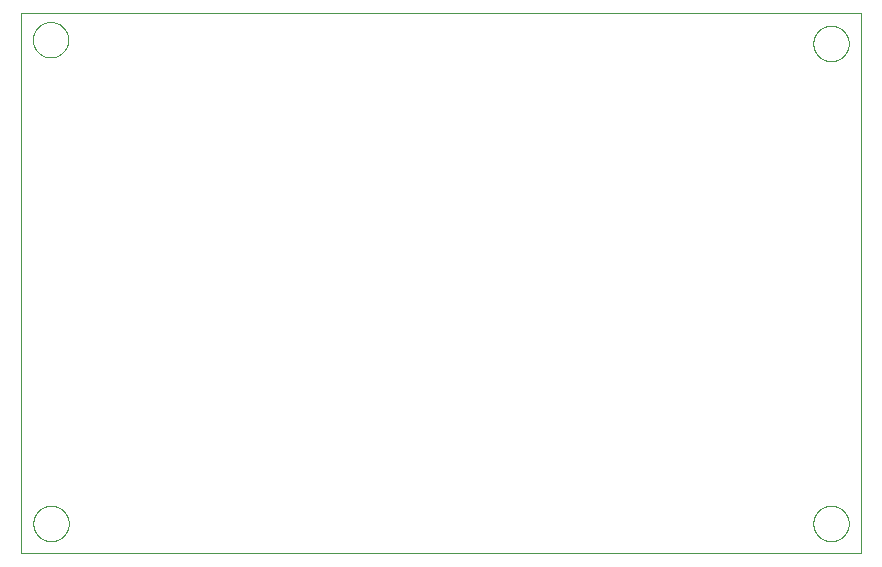
<source format=gbo>
G75*
%MOIN*%
%OFA0B0*%
%FSLAX25Y25*%
%IPPOS*%
%LPD*%
%AMOC8*
5,1,8,0,0,1.08239X$1,22.5*
%
%ADD10C,0.00000*%
D10*
X0001000Y0023933D02*
X0001000Y0203933D01*
X0281000Y0203933D01*
X0281000Y0023933D01*
X0001000Y0023933D01*
X0005094Y0033933D02*
X0005096Y0034086D01*
X0005102Y0034240D01*
X0005112Y0034393D01*
X0005126Y0034545D01*
X0005144Y0034698D01*
X0005166Y0034849D01*
X0005191Y0035000D01*
X0005221Y0035151D01*
X0005255Y0035301D01*
X0005292Y0035449D01*
X0005333Y0035597D01*
X0005378Y0035743D01*
X0005427Y0035889D01*
X0005480Y0036033D01*
X0005536Y0036175D01*
X0005596Y0036316D01*
X0005660Y0036456D01*
X0005727Y0036594D01*
X0005798Y0036730D01*
X0005873Y0036864D01*
X0005950Y0036996D01*
X0006032Y0037126D01*
X0006116Y0037254D01*
X0006204Y0037380D01*
X0006295Y0037503D01*
X0006389Y0037624D01*
X0006487Y0037742D01*
X0006587Y0037858D01*
X0006691Y0037971D01*
X0006797Y0038082D01*
X0006906Y0038190D01*
X0007018Y0038295D01*
X0007132Y0038396D01*
X0007250Y0038495D01*
X0007369Y0038591D01*
X0007491Y0038684D01*
X0007616Y0038773D01*
X0007743Y0038860D01*
X0007872Y0038942D01*
X0008003Y0039022D01*
X0008136Y0039098D01*
X0008271Y0039171D01*
X0008408Y0039240D01*
X0008547Y0039305D01*
X0008687Y0039367D01*
X0008829Y0039425D01*
X0008972Y0039480D01*
X0009117Y0039531D01*
X0009263Y0039578D01*
X0009410Y0039621D01*
X0009558Y0039660D01*
X0009707Y0039696D01*
X0009857Y0039727D01*
X0010008Y0039755D01*
X0010159Y0039779D01*
X0010312Y0039799D01*
X0010464Y0039815D01*
X0010617Y0039827D01*
X0010770Y0039835D01*
X0010923Y0039839D01*
X0011077Y0039839D01*
X0011230Y0039835D01*
X0011383Y0039827D01*
X0011536Y0039815D01*
X0011688Y0039799D01*
X0011841Y0039779D01*
X0011992Y0039755D01*
X0012143Y0039727D01*
X0012293Y0039696D01*
X0012442Y0039660D01*
X0012590Y0039621D01*
X0012737Y0039578D01*
X0012883Y0039531D01*
X0013028Y0039480D01*
X0013171Y0039425D01*
X0013313Y0039367D01*
X0013453Y0039305D01*
X0013592Y0039240D01*
X0013729Y0039171D01*
X0013864Y0039098D01*
X0013997Y0039022D01*
X0014128Y0038942D01*
X0014257Y0038860D01*
X0014384Y0038773D01*
X0014509Y0038684D01*
X0014631Y0038591D01*
X0014750Y0038495D01*
X0014868Y0038396D01*
X0014982Y0038295D01*
X0015094Y0038190D01*
X0015203Y0038082D01*
X0015309Y0037971D01*
X0015413Y0037858D01*
X0015513Y0037742D01*
X0015611Y0037624D01*
X0015705Y0037503D01*
X0015796Y0037380D01*
X0015884Y0037254D01*
X0015968Y0037126D01*
X0016050Y0036996D01*
X0016127Y0036864D01*
X0016202Y0036730D01*
X0016273Y0036594D01*
X0016340Y0036456D01*
X0016404Y0036316D01*
X0016464Y0036175D01*
X0016520Y0036033D01*
X0016573Y0035889D01*
X0016622Y0035743D01*
X0016667Y0035597D01*
X0016708Y0035449D01*
X0016745Y0035301D01*
X0016779Y0035151D01*
X0016809Y0035000D01*
X0016834Y0034849D01*
X0016856Y0034698D01*
X0016874Y0034545D01*
X0016888Y0034393D01*
X0016898Y0034240D01*
X0016904Y0034086D01*
X0016906Y0033933D01*
X0016904Y0033780D01*
X0016898Y0033626D01*
X0016888Y0033473D01*
X0016874Y0033321D01*
X0016856Y0033168D01*
X0016834Y0033017D01*
X0016809Y0032866D01*
X0016779Y0032715D01*
X0016745Y0032565D01*
X0016708Y0032417D01*
X0016667Y0032269D01*
X0016622Y0032123D01*
X0016573Y0031977D01*
X0016520Y0031833D01*
X0016464Y0031691D01*
X0016404Y0031550D01*
X0016340Y0031410D01*
X0016273Y0031272D01*
X0016202Y0031136D01*
X0016127Y0031002D01*
X0016050Y0030870D01*
X0015968Y0030740D01*
X0015884Y0030612D01*
X0015796Y0030486D01*
X0015705Y0030363D01*
X0015611Y0030242D01*
X0015513Y0030124D01*
X0015413Y0030008D01*
X0015309Y0029895D01*
X0015203Y0029784D01*
X0015094Y0029676D01*
X0014982Y0029571D01*
X0014868Y0029470D01*
X0014750Y0029371D01*
X0014631Y0029275D01*
X0014509Y0029182D01*
X0014384Y0029093D01*
X0014257Y0029006D01*
X0014128Y0028924D01*
X0013997Y0028844D01*
X0013864Y0028768D01*
X0013729Y0028695D01*
X0013592Y0028626D01*
X0013453Y0028561D01*
X0013313Y0028499D01*
X0013171Y0028441D01*
X0013028Y0028386D01*
X0012883Y0028335D01*
X0012737Y0028288D01*
X0012590Y0028245D01*
X0012442Y0028206D01*
X0012293Y0028170D01*
X0012143Y0028139D01*
X0011992Y0028111D01*
X0011841Y0028087D01*
X0011688Y0028067D01*
X0011536Y0028051D01*
X0011383Y0028039D01*
X0011230Y0028031D01*
X0011077Y0028027D01*
X0010923Y0028027D01*
X0010770Y0028031D01*
X0010617Y0028039D01*
X0010464Y0028051D01*
X0010312Y0028067D01*
X0010159Y0028087D01*
X0010008Y0028111D01*
X0009857Y0028139D01*
X0009707Y0028170D01*
X0009558Y0028206D01*
X0009410Y0028245D01*
X0009263Y0028288D01*
X0009117Y0028335D01*
X0008972Y0028386D01*
X0008829Y0028441D01*
X0008687Y0028499D01*
X0008547Y0028561D01*
X0008408Y0028626D01*
X0008271Y0028695D01*
X0008136Y0028768D01*
X0008003Y0028844D01*
X0007872Y0028924D01*
X0007743Y0029006D01*
X0007616Y0029093D01*
X0007491Y0029182D01*
X0007369Y0029275D01*
X0007250Y0029371D01*
X0007132Y0029470D01*
X0007018Y0029571D01*
X0006906Y0029676D01*
X0006797Y0029784D01*
X0006691Y0029895D01*
X0006587Y0030008D01*
X0006487Y0030124D01*
X0006389Y0030242D01*
X0006295Y0030363D01*
X0006204Y0030486D01*
X0006116Y0030612D01*
X0006032Y0030740D01*
X0005950Y0030870D01*
X0005873Y0031002D01*
X0005798Y0031136D01*
X0005727Y0031272D01*
X0005660Y0031410D01*
X0005596Y0031550D01*
X0005536Y0031691D01*
X0005480Y0031833D01*
X0005427Y0031977D01*
X0005378Y0032123D01*
X0005333Y0032269D01*
X0005292Y0032417D01*
X0005255Y0032565D01*
X0005221Y0032715D01*
X0005191Y0032866D01*
X0005166Y0033017D01*
X0005144Y0033168D01*
X0005126Y0033321D01*
X0005112Y0033473D01*
X0005102Y0033626D01*
X0005096Y0033780D01*
X0005094Y0033933D01*
X0265094Y0033933D02*
X0265096Y0034086D01*
X0265102Y0034240D01*
X0265112Y0034393D01*
X0265126Y0034545D01*
X0265144Y0034698D01*
X0265166Y0034849D01*
X0265191Y0035000D01*
X0265221Y0035151D01*
X0265255Y0035301D01*
X0265292Y0035449D01*
X0265333Y0035597D01*
X0265378Y0035743D01*
X0265427Y0035889D01*
X0265480Y0036033D01*
X0265536Y0036175D01*
X0265596Y0036316D01*
X0265660Y0036456D01*
X0265727Y0036594D01*
X0265798Y0036730D01*
X0265873Y0036864D01*
X0265950Y0036996D01*
X0266032Y0037126D01*
X0266116Y0037254D01*
X0266204Y0037380D01*
X0266295Y0037503D01*
X0266389Y0037624D01*
X0266487Y0037742D01*
X0266587Y0037858D01*
X0266691Y0037971D01*
X0266797Y0038082D01*
X0266906Y0038190D01*
X0267018Y0038295D01*
X0267132Y0038396D01*
X0267250Y0038495D01*
X0267369Y0038591D01*
X0267491Y0038684D01*
X0267616Y0038773D01*
X0267743Y0038860D01*
X0267872Y0038942D01*
X0268003Y0039022D01*
X0268136Y0039098D01*
X0268271Y0039171D01*
X0268408Y0039240D01*
X0268547Y0039305D01*
X0268687Y0039367D01*
X0268829Y0039425D01*
X0268972Y0039480D01*
X0269117Y0039531D01*
X0269263Y0039578D01*
X0269410Y0039621D01*
X0269558Y0039660D01*
X0269707Y0039696D01*
X0269857Y0039727D01*
X0270008Y0039755D01*
X0270159Y0039779D01*
X0270312Y0039799D01*
X0270464Y0039815D01*
X0270617Y0039827D01*
X0270770Y0039835D01*
X0270923Y0039839D01*
X0271077Y0039839D01*
X0271230Y0039835D01*
X0271383Y0039827D01*
X0271536Y0039815D01*
X0271688Y0039799D01*
X0271841Y0039779D01*
X0271992Y0039755D01*
X0272143Y0039727D01*
X0272293Y0039696D01*
X0272442Y0039660D01*
X0272590Y0039621D01*
X0272737Y0039578D01*
X0272883Y0039531D01*
X0273028Y0039480D01*
X0273171Y0039425D01*
X0273313Y0039367D01*
X0273453Y0039305D01*
X0273592Y0039240D01*
X0273729Y0039171D01*
X0273864Y0039098D01*
X0273997Y0039022D01*
X0274128Y0038942D01*
X0274257Y0038860D01*
X0274384Y0038773D01*
X0274509Y0038684D01*
X0274631Y0038591D01*
X0274750Y0038495D01*
X0274868Y0038396D01*
X0274982Y0038295D01*
X0275094Y0038190D01*
X0275203Y0038082D01*
X0275309Y0037971D01*
X0275413Y0037858D01*
X0275513Y0037742D01*
X0275611Y0037624D01*
X0275705Y0037503D01*
X0275796Y0037380D01*
X0275884Y0037254D01*
X0275968Y0037126D01*
X0276050Y0036996D01*
X0276127Y0036864D01*
X0276202Y0036730D01*
X0276273Y0036594D01*
X0276340Y0036456D01*
X0276404Y0036316D01*
X0276464Y0036175D01*
X0276520Y0036033D01*
X0276573Y0035889D01*
X0276622Y0035743D01*
X0276667Y0035597D01*
X0276708Y0035449D01*
X0276745Y0035301D01*
X0276779Y0035151D01*
X0276809Y0035000D01*
X0276834Y0034849D01*
X0276856Y0034698D01*
X0276874Y0034545D01*
X0276888Y0034393D01*
X0276898Y0034240D01*
X0276904Y0034086D01*
X0276906Y0033933D01*
X0276904Y0033780D01*
X0276898Y0033626D01*
X0276888Y0033473D01*
X0276874Y0033321D01*
X0276856Y0033168D01*
X0276834Y0033017D01*
X0276809Y0032866D01*
X0276779Y0032715D01*
X0276745Y0032565D01*
X0276708Y0032417D01*
X0276667Y0032269D01*
X0276622Y0032123D01*
X0276573Y0031977D01*
X0276520Y0031833D01*
X0276464Y0031691D01*
X0276404Y0031550D01*
X0276340Y0031410D01*
X0276273Y0031272D01*
X0276202Y0031136D01*
X0276127Y0031002D01*
X0276050Y0030870D01*
X0275968Y0030740D01*
X0275884Y0030612D01*
X0275796Y0030486D01*
X0275705Y0030363D01*
X0275611Y0030242D01*
X0275513Y0030124D01*
X0275413Y0030008D01*
X0275309Y0029895D01*
X0275203Y0029784D01*
X0275094Y0029676D01*
X0274982Y0029571D01*
X0274868Y0029470D01*
X0274750Y0029371D01*
X0274631Y0029275D01*
X0274509Y0029182D01*
X0274384Y0029093D01*
X0274257Y0029006D01*
X0274128Y0028924D01*
X0273997Y0028844D01*
X0273864Y0028768D01*
X0273729Y0028695D01*
X0273592Y0028626D01*
X0273453Y0028561D01*
X0273313Y0028499D01*
X0273171Y0028441D01*
X0273028Y0028386D01*
X0272883Y0028335D01*
X0272737Y0028288D01*
X0272590Y0028245D01*
X0272442Y0028206D01*
X0272293Y0028170D01*
X0272143Y0028139D01*
X0271992Y0028111D01*
X0271841Y0028087D01*
X0271688Y0028067D01*
X0271536Y0028051D01*
X0271383Y0028039D01*
X0271230Y0028031D01*
X0271077Y0028027D01*
X0270923Y0028027D01*
X0270770Y0028031D01*
X0270617Y0028039D01*
X0270464Y0028051D01*
X0270312Y0028067D01*
X0270159Y0028087D01*
X0270008Y0028111D01*
X0269857Y0028139D01*
X0269707Y0028170D01*
X0269558Y0028206D01*
X0269410Y0028245D01*
X0269263Y0028288D01*
X0269117Y0028335D01*
X0268972Y0028386D01*
X0268829Y0028441D01*
X0268687Y0028499D01*
X0268547Y0028561D01*
X0268408Y0028626D01*
X0268271Y0028695D01*
X0268136Y0028768D01*
X0268003Y0028844D01*
X0267872Y0028924D01*
X0267743Y0029006D01*
X0267616Y0029093D01*
X0267491Y0029182D01*
X0267369Y0029275D01*
X0267250Y0029371D01*
X0267132Y0029470D01*
X0267018Y0029571D01*
X0266906Y0029676D01*
X0266797Y0029784D01*
X0266691Y0029895D01*
X0266587Y0030008D01*
X0266487Y0030124D01*
X0266389Y0030242D01*
X0266295Y0030363D01*
X0266204Y0030486D01*
X0266116Y0030612D01*
X0266032Y0030740D01*
X0265950Y0030870D01*
X0265873Y0031002D01*
X0265798Y0031136D01*
X0265727Y0031272D01*
X0265660Y0031410D01*
X0265596Y0031550D01*
X0265536Y0031691D01*
X0265480Y0031833D01*
X0265427Y0031977D01*
X0265378Y0032123D01*
X0265333Y0032269D01*
X0265292Y0032417D01*
X0265255Y0032565D01*
X0265221Y0032715D01*
X0265191Y0032866D01*
X0265166Y0033017D01*
X0265144Y0033168D01*
X0265126Y0033321D01*
X0265112Y0033473D01*
X0265102Y0033626D01*
X0265096Y0033780D01*
X0265094Y0033933D01*
X0265094Y0193933D02*
X0265096Y0194086D01*
X0265102Y0194240D01*
X0265112Y0194393D01*
X0265126Y0194545D01*
X0265144Y0194698D01*
X0265166Y0194849D01*
X0265191Y0195000D01*
X0265221Y0195151D01*
X0265255Y0195301D01*
X0265292Y0195449D01*
X0265333Y0195597D01*
X0265378Y0195743D01*
X0265427Y0195889D01*
X0265480Y0196033D01*
X0265536Y0196175D01*
X0265596Y0196316D01*
X0265660Y0196456D01*
X0265727Y0196594D01*
X0265798Y0196730D01*
X0265873Y0196864D01*
X0265950Y0196996D01*
X0266032Y0197126D01*
X0266116Y0197254D01*
X0266204Y0197380D01*
X0266295Y0197503D01*
X0266389Y0197624D01*
X0266487Y0197742D01*
X0266587Y0197858D01*
X0266691Y0197971D01*
X0266797Y0198082D01*
X0266906Y0198190D01*
X0267018Y0198295D01*
X0267132Y0198396D01*
X0267250Y0198495D01*
X0267369Y0198591D01*
X0267491Y0198684D01*
X0267616Y0198773D01*
X0267743Y0198860D01*
X0267872Y0198942D01*
X0268003Y0199022D01*
X0268136Y0199098D01*
X0268271Y0199171D01*
X0268408Y0199240D01*
X0268547Y0199305D01*
X0268687Y0199367D01*
X0268829Y0199425D01*
X0268972Y0199480D01*
X0269117Y0199531D01*
X0269263Y0199578D01*
X0269410Y0199621D01*
X0269558Y0199660D01*
X0269707Y0199696D01*
X0269857Y0199727D01*
X0270008Y0199755D01*
X0270159Y0199779D01*
X0270312Y0199799D01*
X0270464Y0199815D01*
X0270617Y0199827D01*
X0270770Y0199835D01*
X0270923Y0199839D01*
X0271077Y0199839D01*
X0271230Y0199835D01*
X0271383Y0199827D01*
X0271536Y0199815D01*
X0271688Y0199799D01*
X0271841Y0199779D01*
X0271992Y0199755D01*
X0272143Y0199727D01*
X0272293Y0199696D01*
X0272442Y0199660D01*
X0272590Y0199621D01*
X0272737Y0199578D01*
X0272883Y0199531D01*
X0273028Y0199480D01*
X0273171Y0199425D01*
X0273313Y0199367D01*
X0273453Y0199305D01*
X0273592Y0199240D01*
X0273729Y0199171D01*
X0273864Y0199098D01*
X0273997Y0199022D01*
X0274128Y0198942D01*
X0274257Y0198860D01*
X0274384Y0198773D01*
X0274509Y0198684D01*
X0274631Y0198591D01*
X0274750Y0198495D01*
X0274868Y0198396D01*
X0274982Y0198295D01*
X0275094Y0198190D01*
X0275203Y0198082D01*
X0275309Y0197971D01*
X0275413Y0197858D01*
X0275513Y0197742D01*
X0275611Y0197624D01*
X0275705Y0197503D01*
X0275796Y0197380D01*
X0275884Y0197254D01*
X0275968Y0197126D01*
X0276050Y0196996D01*
X0276127Y0196864D01*
X0276202Y0196730D01*
X0276273Y0196594D01*
X0276340Y0196456D01*
X0276404Y0196316D01*
X0276464Y0196175D01*
X0276520Y0196033D01*
X0276573Y0195889D01*
X0276622Y0195743D01*
X0276667Y0195597D01*
X0276708Y0195449D01*
X0276745Y0195301D01*
X0276779Y0195151D01*
X0276809Y0195000D01*
X0276834Y0194849D01*
X0276856Y0194698D01*
X0276874Y0194545D01*
X0276888Y0194393D01*
X0276898Y0194240D01*
X0276904Y0194086D01*
X0276906Y0193933D01*
X0276904Y0193780D01*
X0276898Y0193626D01*
X0276888Y0193473D01*
X0276874Y0193321D01*
X0276856Y0193168D01*
X0276834Y0193017D01*
X0276809Y0192866D01*
X0276779Y0192715D01*
X0276745Y0192565D01*
X0276708Y0192417D01*
X0276667Y0192269D01*
X0276622Y0192123D01*
X0276573Y0191977D01*
X0276520Y0191833D01*
X0276464Y0191691D01*
X0276404Y0191550D01*
X0276340Y0191410D01*
X0276273Y0191272D01*
X0276202Y0191136D01*
X0276127Y0191002D01*
X0276050Y0190870D01*
X0275968Y0190740D01*
X0275884Y0190612D01*
X0275796Y0190486D01*
X0275705Y0190363D01*
X0275611Y0190242D01*
X0275513Y0190124D01*
X0275413Y0190008D01*
X0275309Y0189895D01*
X0275203Y0189784D01*
X0275094Y0189676D01*
X0274982Y0189571D01*
X0274868Y0189470D01*
X0274750Y0189371D01*
X0274631Y0189275D01*
X0274509Y0189182D01*
X0274384Y0189093D01*
X0274257Y0189006D01*
X0274128Y0188924D01*
X0273997Y0188844D01*
X0273864Y0188768D01*
X0273729Y0188695D01*
X0273592Y0188626D01*
X0273453Y0188561D01*
X0273313Y0188499D01*
X0273171Y0188441D01*
X0273028Y0188386D01*
X0272883Y0188335D01*
X0272737Y0188288D01*
X0272590Y0188245D01*
X0272442Y0188206D01*
X0272293Y0188170D01*
X0272143Y0188139D01*
X0271992Y0188111D01*
X0271841Y0188087D01*
X0271688Y0188067D01*
X0271536Y0188051D01*
X0271383Y0188039D01*
X0271230Y0188031D01*
X0271077Y0188027D01*
X0270923Y0188027D01*
X0270770Y0188031D01*
X0270617Y0188039D01*
X0270464Y0188051D01*
X0270312Y0188067D01*
X0270159Y0188087D01*
X0270008Y0188111D01*
X0269857Y0188139D01*
X0269707Y0188170D01*
X0269558Y0188206D01*
X0269410Y0188245D01*
X0269263Y0188288D01*
X0269117Y0188335D01*
X0268972Y0188386D01*
X0268829Y0188441D01*
X0268687Y0188499D01*
X0268547Y0188561D01*
X0268408Y0188626D01*
X0268271Y0188695D01*
X0268136Y0188768D01*
X0268003Y0188844D01*
X0267872Y0188924D01*
X0267743Y0189006D01*
X0267616Y0189093D01*
X0267491Y0189182D01*
X0267369Y0189275D01*
X0267250Y0189371D01*
X0267132Y0189470D01*
X0267018Y0189571D01*
X0266906Y0189676D01*
X0266797Y0189784D01*
X0266691Y0189895D01*
X0266587Y0190008D01*
X0266487Y0190124D01*
X0266389Y0190242D01*
X0266295Y0190363D01*
X0266204Y0190486D01*
X0266116Y0190612D01*
X0266032Y0190740D01*
X0265950Y0190870D01*
X0265873Y0191002D01*
X0265798Y0191136D01*
X0265727Y0191272D01*
X0265660Y0191410D01*
X0265596Y0191550D01*
X0265536Y0191691D01*
X0265480Y0191833D01*
X0265427Y0191977D01*
X0265378Y0192123D01*
X0265333Y0192269D01*
X0265292Y0192417D01*
X0265255Y0192565D01*
X0265221Y0192715D01*
X0265191Y0192866D01*
X0265166Y0193017D01*
X0265144Y0193168D01*
X0265126Y0193321D01*
X0265112Y0193473D01*
X0265102Y0193626D01*
X0265096Y0193780D01*
X0265094Y0193933D01*
X0004937Y0195193D02*
X0004939Y0195346D01*
X0004945Y0195500D01*
X0004955Y0195653D01*
X0004969Y0195805D01*
X0004987Y0195958D01*
X0005009Y0196109D01*
X0005034Y0196260D01*
X0005064Y0196411D01*
X0005098Y0196561D01*
X0005135Y0196709D01*
X0005176Y0196857D01*
X0005221Y0197003D01*
X0005270Y0197149D01*
X0005323Y0197293D01*
X0005379Y0197435D01*
X0005439Y0197576D01*
X0005503Y0197716D01*
X0005570Y0197854D01*
X0005641Y0197990D01*
X0005716Y0198124D01*
X0005793Y0198256D01*
X0005875Y0198386D01*
X0005959Y0198514D01*
X0006047Y0198640D01*
X0006138Y0198763D01*
X0006232Y0198884D01*
X0006330Y0199002D01*
X0006430Y0199118D01*
X0006534Y0199231D01*
X0006640Y0199342D01*
X0006749Y0199450D01*
X0006861Y0199555D01*
X0006975Y0199656D01*
X0007093Y0199755D01*
X0007212Y0199851D01*
X0007334Y0199944D01*
X0007459Y0200033D01*
X0007586Y0200120D01*
X0007715Y0200202D01*
X0007846Y0200282D01*
X0007979Y0200358D01*
X0008114Y0200431D01*
X0008251Y0200500D01*
X0008390Y0200565D01*
X0008530Y0200627D01*
X0008672Y0200685D01*
X0008815Y0200740D01*
X0008960Y0200791D01*
X0009106Y0200838D01*
X0009253Y0200881D01*
X0009401Y0200920D01*
X0009550Y0200956D01*
X0009700Y0200987D01*
X0009851Y0201015D01*
X0010002Y0201039D01*
X0010155Y0201059D01*
X0010307Y0201075D01*
X0010460Y0201087D01*
X0010613Y0201095D01*
X0010766Y0201099D01*
X0010920Y0201099D01*
X0011073Y0201095D01*
X0011226Y0201087D01*
X0011379Y0201075D01*
X0011531Y0201059D01*
X0011684Y0201039D01*
X0011835Y0201015D01*
X0011986Y0200987D01*
X0012136Y0200956D01*
X0012285Y0200920D01*
X0012433Y0200881D01*
X0012580Y0200838D01*
X0012726Y0200791D01*
X0012871Y0200740D01*
X0013014Y0200685D01*
X0013156Y0200627D01*
X0013296Y0200565D01*
X0013435Y0200500D01*
X0013572Y0200431D01*
X0013707Y0200358D01*
X0013840Y0200282D01*
X0013971Y0200202D01*
X0014100Y0200120D01*
X0014227Y0200033D01*
X0014352Y0199944D01*
X0014474Y0199851D01*
X0014593Y0199755D01*
X0014711Y0199656D01*
X0014825Y0199555D01*
X0014937Y0199450D01*
X0015046Y0199342D01*
X0015152Y0199231D01*
X0015256Y0199118D01*
X0015356Y0199002D01*
X0015454Y0198884D01*
X0015548Y0198763D01*
X0015639Y0198640D01*
X0015727Y0198514D01*
X0015811Y0198386D01*
X0015893Y0198256D01*
X0015970Y0198124D01*
X0016045Y0197990D01*
X0016116Y0197854D01*
X0016183Y0197716D01*
X0016247Y0197576D01*
X0016307Y0197435D01*
X0016363Y0197293D01*
X0016416Y0197149D01*
X0016465Y0197003D01*
X0016510Y0196857D01*
X0016551Y0196709D01*
X0016588Y0196561D01*
X0016622Y0196411D01*
X0016652Y0196260D01*
X0016677Y0196109D01*
X0016699Y0195958D01*
X0016717Y0195805D01*
X0016731Y0195653D01*
X0016741Y0195500D01*
X0016747Y0195346D01*
X0016749Y0195193D01*
X0016747Y0195040D01*
X0016741Y0194886D01*
X0016731Y0194733D01*
X0016717Y0194581D01*
X0016699Y0194428D01*
X0016677Y0194277D01*
X0016652Y0194126D01*
X0016622Y0193975D01*
X0016588Y0193825D01*
X0016551Y0193677D01*
X0016510Y0193529D01*
X0016465Y0193383D01*
X0016416Y0193237D01*
X0016363Y0193093D01*
X0016307Y0192951D01*
X0016247Y0192810D01*
X0016183Y0192670D01*
X0016116Y0192532D01*
X0016045Y0192396D01*
X0015970Y0192262D01*
X0015893Y0192130D01*
X0015811Y0192000D01*
X0015727Y0191872D01*
X0015639Y0191746D01*
X0015548Y0191623D01*
X0015454Y0191502D01*
X0015356Y0191384D01*
X0015256Y0191268D01*
X0015152Y0191155D01*
X0015046Y0191044D01*
X0014937Y0190936D01*
X0014825Y0190831D01*
X0014711Y0190730D01*
X0014593Y0190631D01*
X0014474Y0190535D01*
X0014352Y0190442D01*
X0014227Y0190353D01*
X0014100Y0190266D01*
X0013971Y0190184D01*
X0013840Y0190104D01*
X0013707Y0190028D01*
X0013572Y0189955D01*
X0013435Y0189886D01*
X0013296Y0189821D01*
X0013156Y0189759D01*
X0013014Y0189701D01*
X0012871Y0189646D01*
X0012726Y0189595D01*
X0012580Y0189548D01*
X0012433Y0189505D01*
X0012285Y0189466D01*
X0012136Y0189430D01*
X0011986Y0189399D01*
X0011835Y0189371D01*
X0011684Y0189347D01*
X0011531Y0189327D01*
X0011379Y0189311D01*
X0011226Y0189299D01*
X0011073Y0189291D01*
X0010920Y0189287D01*
X0010766Y0189287D01*
X0010613Y0189291D01*
X0010460Y0189299D01*
X0010307Y0189311D01*
X0010155Y0189327D01*
X0010002Y0189347D01*
X0009851Y0189371D01*
X0009700Y0189399D01*
X0009550Y0189430D01*
X0009401Y0189466D01*
X0009253Y0189505D01*
X0009106Y0189548D01*
X0008960Y0189595D01*
X0008815Y0189646D01*
X0008672Y0189701D01*
X0008530Y0189759D01*
X0008390Y0189821D01*
X0008251Y0189886D01*
X0008114Y0189955D01*
X0007979Y0190028D01*
X0007846Y0190104D01*
X0007715Y0190184D01*
X0007586Y0190266D01*
X0007459Y0190353D01*
X0007334Y0190442D01*
X0007212Y0190535D01*
X0007093Y0190631D01*
X0006975Y0190730D01*
X0006861Y0190831D01*
X0006749Y0190936D01*
X0006640Y0191044D01*
X0006534Y0191155D01*
X0006430Y0191268D01*
X0006330Y0191384D01*
X0006232Y0191502D01*
X0006138Y0191623D01*
X0006047Y0191746D01*
X0005959Y0191872D01*
X0005875Y0192000D01*
X0005793Y0192130D01*
X0005716Y0192262D01*
X0005641Y0192396D01*
X0005570Y0192532D01*
X0005503Y0192670D01*
X0005439Y0192810D01*
X0005379Y0192951D01*
X0005323Y0193093D01*
X0005270Y0193237D01*
X0005221Y0193383D01*
X0005176Y0193529D01*
X0005135Y0193677D01*
X0005098Y0193825D01*
X0005064Y0193975D01*
X0005034Y0194126D01*
X0005009Y0194277D01*
X0004987Y0194428D01*
X0004969Y0194581D01*
X0004955Y0194733D01*
X0004945Y0194886D01*
X0004939Y0195040D01*
X0004937Y0195193D01*
M02*

</source>
